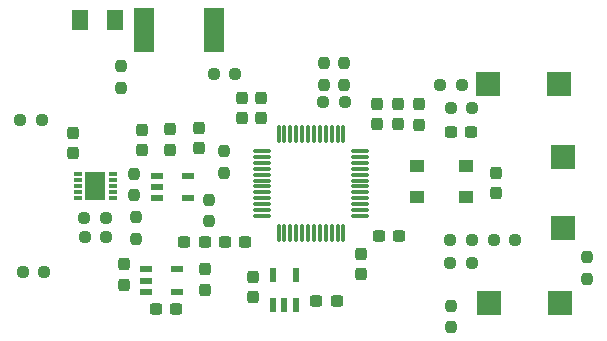
<source format=gtp>
G04 #@! TF.GenerationSoftware,KiCad,Pcbnew,(6.0.2-0)*
G04 #@! TF.CreationDate,2022-02-13T15:07:21-08:00*
G04 #@! TF.ProjectId,TimTime,54696d54-696d-4652-9e6b-696361645f70,rev?*
G04 #@! TF.SameCoordinates,Original*
G04 #@! TF.FileFunction,Paste,Top*
G04 #@! TF.FilePolarity,Positive*
%FSLAX46Y46*%
G04 Gerber Fmt 4.6, Leading zero omitted, Abs format (unit mm)*
G04 Created by KiCad (PCBNEW (6.0.2-0)) date 2022-02-13 15:07:21*
%MOMM*%
%LPD*%
G01*
G04 APERTURE LIST*
G04 Aperture macros list*
%AMRoundRect*
0 Rectangle with rounded corners*
0 $1 Rounding radius*
0 $2 $3 $4 $5 $6 $7 $8 $9 X,Y pos of 4 corners*
0 Add a 4 corners polygon primitive as box body*
4,1,4,$2,$3,$4,$5,$6,$7,$8,$9,$2,$3,0*
0 Add four circle primitives for the rounded corners*
1,1,$1+$1,$2,$3*
1,1,$1+$1,$4,$5*
1,1,$1+$1,$6,$7*
1,1,$1+$1,$8,$9*
0 Add four rect primitives between the rounded corners*
20,1,$1+$1,$2,$3,$4,$5,0*
20,1,$1+$1,$4,$5,$6,$7,0*
20,1,$1+$1,$6,$7,$8,$9,0*
20,1,$1+$1,$8,$9,$2,$3,0*%
G04 Aperture macros list end*
%ADD10R,1.200000X1.000000*%
%ADD11RoundRect,0.237500X0.237500X-0.300000X0.237500X0.300000X-0.237500X0.300000X-0.237500X-0.300000X0*%
%ADD12RoundRect,0.237500X0.300000X0.237500X-0.300000X0.237500X-0.300000X-0.237500X0.300000X-0.237500X0*%
%ADD13RoundRect,0.237500X-0.237500X0.300000X-0.237500X-0.300000X0.237500X-0.300000X0.237500X0.300000X0*%
%ADD14RoundRect,0.237500X-0.300000X-0.237500X0.300000X-0.237500X0.300000X0.237500X-0.300000X0.237500X0*%
%ADD15R,1.050000X0.550000*%
%ADD16RoundRect,0.237500X0.250000X0.237500X-0.250000X0.237500X-0.250000X-0.237500X0.250000X-0.237500X0*%
%ADD17RoundRect,0.237500X-0.250000X-0.237500X0.250000X-0.237500X0.250000X0.237500X-0.250000X0.237500X0*%
%ADD18RoundRect,0.237500X-0.237500X0.250000X-0.237500X-0.250000X0.237500X-0.250000X0.237500X0.250000X0*%
%ADD19RoundRect,0.237500X0.237500X-0.250000X0.237500X0.250000X-0.237500X0.250000X-0.237500X-0.250000X0*%
%ADD20R,2.000000X2.000000*%
%ADD21R,1.700000X3.700000*%
%ADD22RoundRect,0.250001X-0.462499X-0.624999X0.462499X-0.624999X0.462499X0.624999X-0.462499X0.624999X0*%
%ADD23R,0.800000X0.300000*%
%ADD24R,1.750000X2.480000*%
%ADD25RoundRect,0.237500X0.237500X-0.287500X0.237500X0.287500X-0.237500X0.287500X-0.237500X-0.287500X0*%
%ADD26RoundRect,0.075000X0.662500X0.075000X-0.662500X0.075000X-0.662500X-0.075000X0.662500X-0.075000X0*%
%ADD27RoundRect,0.075000X0.075000X0.662500X-0.075000X0.662500X-0.075000X-0.662500X0.075000X-0.662500X0*%
%ADD28R,0.590000X1.210000*%
G04 APERTURE END LIST*
D10*
G04 #@! TO.C,Y1*
X152273000Y-102937000D03*
X148113000Y-102937000D03*
X148113000Y-105537000D03*
X152273000Y-105537000D03*
G04 #@! TD*
D11*
G04 #@! TO.C,C1*
X154813000Y-105270500D03*
X154813000Y-103545500D03*
G04 #@! TD*
D12*
G04 #@! TO.C,C3*
X152740500Y-100076000D03*
X151015500Y-100076000D03*
G04 #@! TD*
D11*
G04 #@! TO.C,C4*
X134950200Y-98892500D03*
X134950200Y-97167500D03*
G04 #@! TD*
D12*
G04 #@! TO.C,C5*
X133591500Y-109347000D03*
X131866500Y-109347000D03*
G04 #@! TD*
D11*
G04 #@! TO.C,C6*
X133350000Y-98892500D03*
X133350000Y-97167500D03*
G04 #@! TD*
D13*
G04 #@! TO.C,C7*
X143383000Y-110375500D03*
X143383000Y-112100500D03*
G04 #@! TD*
D14*
G04 #@! TO.C,C8*
X144919500Y-108839000D03*
X146644500Y-108839000D03*
G04 #@! TD*
D11*
G04 #@! TO.C,C9*
X146544000Y-99414500D03*
X146544000Y-97689500D03*
G04 #@! TD*
G04 #@! TO.C,C10*
X144780000Y-99428500D03*
X144780000Y-97703500D03*
G04 #@! TD*
D13*
G04 #@! TO.C,C11*
X134239000Y-112308500D03*
X134239000Y-114033500D03*
G04 #@! TD*
D11*
G04 #@! TO.C,C12*
X124841000Y-101587500D03*
X124841000Y-99862500D03*
G04 #@! TD*
G04 #@! TO.C,C13*
X118999000Y-101841500D03*
X118999000Y-100116500D03*
G04 #@! TD*
D14*
G04 #@! TO.C,C14*
X128422400Y-109372400D03*
X130147400Y-109372400D03*
G04 #@! TD*
D11*
G04 #@! TO.C,C15*
X129667000Y-101460500D03*
X129667000Y-99735500D03*
G04 #@! TD*
G04 #@! TO.C,C16*
X127254000Y-101559500D03*
X127254000Y-99834500D03*
G04 #@! TD*
D14*
G04 #@! TO.C,C19*
X139600600Y-114350800D03*
X141325600Y-114350800D03*
G04 #@! TD*
D15*
G04 #@! TO.C,IC3*
X125192000Y-111699000D03*
X125192000Y-112649000D03*
X125192000Y-113599000D03*
X127792000Y-113599000D03*
X127792000Y-111699000D03*
G04 #@! TD*
D16*
G04 #@! TO.C,R7*
X152818500Y-98044000D03*
X150993500Y-98044000D03*
G04 #@! TD*
D17*
G04 #@! TO.C,R6*
X114544500Y-99060000D03*
X116369500Y-99060000D03*
G04 #@! TD*
D16*
G04 #@! TO.C,R5*
X116595500Y-111887000D03*
X114770500Y-111887000D03*
G04 #@! TD*
D18*
G04 #@! TO.C,R1*
X140222000Y-94224500D03*
X140222000Y-96049500D03*
G04 #@! TD*
D17*
G04 #@! TO.C,R2*
X140198500Y-97536000D03*
X142023500Y-97536000D03*
G04 #@! TD*
D19*
G04 #@! TO.C,R3*
X141986000Y-96049500D03*
X141986000Y-94224500D03*
G04 #@! TD*
D18*
G04 #@! TO.C,R4*
X162560000Y-110646200D03*
X162560000Y-112471200D03*
G04 #@! TD*
D17*
G04 #@! TO.C,R9*
X154648500Y-109220000D03*
X156473500Y-109220000D03*
G04 #@! TD*
D16*
G04 #@! TO.C,R10*
X152790500Y-109220000D03*
X150965500Y-109220000D03*
G04 #@! TD*
D17*
G04 #@! TO.C,R11*
X150965500Y-111125000D03*
X152790500Y-111125000D03*
G04 #@! TD*
D19*
G04 #@! TO.C,R12*
X130556000Y-107606500D03*
X130556000Y-105781500D03*
G04 #@! TD*
D18*
G04 #@! TO.C,R13*
X131826000Y-101689500D03*
X131826000Y-103514500D03*
G04 #@! TD*
D16*
G04 #@! TO.C,R14*
X151942800Y-96113600D03*
X150117800Y-96113600D03*
G04 #@! TD*
D18*
G04 #@! TO.C,R15*
X151028400Y-114761000D03*
X151028400Y-116586000D03*
G04 #@! TD*
D16*
G04 #@! TO.C,R16*
X121802500Y-107315000D03*
X119977500Y-107315000D03*
G04 #@! TD*
D18*
G04 #@! TO.C,R17*
X124206000Y-103594500D03*
X124206000Y-105419500D03*
G04 #@! TD*
G04 #@! TO.C,R18*
X124333000Y-107277500D03*
X124333000Y-109102500D03*
G04 #@! TD*
D16*
G04 #@! TO.C,R19*
X132752500Y-95123000D03*
X130927500Y-95123000D03*
G04 #@! TD*
D17*
G04 #@! TO.C,R20*
X120005500Y-108966000D03*
X121830500Y-108966000D03*
G04 #@! TD*
D18*
G04 #@! TO.C,R8*
X123063000Y-94478500D03*
X123063000Y-96303500D03*
G04 #@! TD*
D20*
G04 #@! TO.C,S2*
X154178000Y-96012000D03*
X160178000Y-96012000D03*
G04 #@! TD*
G04 #@! TO.C,S1*
X160477200Y-108204000D03*
X160477200Y-102204000D03*
G04 #@! TD*
G04 #@! TO.C,S4*
X154223200Y-114503200D03*
X160223200Y-114503200D03*
G04 #@! TD*
D21*
G04 #@! TO.C,S3*
X130937000Y-91440000D03*
X125037000Y-91440000D03*
G04 #@! TD*
D22*
G04 #@! TO.C,D1*
X119634000Y-90551000D03*
X122609000Y-90551000D03*
G04 #@! TD*
D23*
G04 #@! TO.C,IC1*
X119404000Y-103648000D03*
X119404000Y-104148000D03*
X119404000Y-104648000D03*
X119404000Y-105148000D03*
X119404000Y-105648000D03*
X122404000Y-105648000D03*
X122404000Y-105148000D03*
X122404000Y-104648000D03*
X122404000Y-104148000D03*
X122404000Y-103648000D03*
D24*
X120904000Y-104648000D03*
G04 #@! TD*
D15*
G04 #@! TO.C,IC2*
X126111000Y-103759000D03*
X126111000Y-104709000D03*
X126111000Y-105659000D03*
X128711000Y-105659000D03*
X128711000Y-103759000D03*
G04 #@! TD*
D25*
G04 #@! TO.C,L1*
X148336000Y-99441000D03*
X148336000Y-97691000D03*
G04 #@! TD*
D26*
G04 #@! TO.C,U1*
X143326000Y-107172500D03*
X143326000Y-106672500D03*
X143326000Y-106172500D03*
X143326000Y-105672500D03*
X143326000Y-105172500D03*
X143326000Y-104672500D03*
X143326000Y-104172500D03*
X143326000Y-103672500D03*
X143326000Y-103172500D03*
X143326000Y-102672500D03*
X143326000Y-102172500D03*
X143326000Y-101672500D03*
D27*
X141913500Y-100260000D03*
X141413500Y-100260000D03*
X140913500Y-100260000D03*
X140413500Y-100260000D03*
X139913500Y-100260000D03*
X139413500Y-100260000D03*
X138913500Y-100260000D03*
X138413500Y-100260000D03*
X137913500Y-100260000D03*
X137413500Y-100260000D03*
X136913500Y-100260000D03*
X136413500Y-100260000D03*
D26*
X135001000Y-101672500D03*
X135001000Y-102172500D03*
X135001000Y-102672500D03*
X135001000Y-103172500D03*
X135001000Y-103672500D03*
X135001000Y-104172500D03*
X135001000Y-104672500D03*
X135001000Y-105172500D03*
X135001000Y-105672500D03*
X135001000Y-106172500D03*
X135001000Y-106672500D03*
X135001000Y-107172500D03*
D27*
X136413500Y-108585000D03*
X136913500Y-108585000D03*
X137413500Y-108585000D03*
X137913500Y-108585000D03*
X138413500Y-108585000D03*
X138913500Y-108585000D03*
X139413500Y-108585000D03*
X139913500Y-108585000D03*
X140413500Y-108585000D03*
X140913500Y-108585000D03*
X141413500Y-108585000D03*
X141913500Y-108585000D03*
G04 #@! TD*
D28*
G04 #@! TO.C,U2*
X135956000Y-114681000D03*
X136906000Y-114681000D03*
X137856000Y-114681000D03*
X137856000Y-112171000D03*
X135956000Y-112171000D03*
G04 #@! TD*
D13*
G04 #@! TO.C,C2*
X123317000Y-111278500D03*
X123317000Y-113003500D03*
G04 #@! TD*
G04 #@! TO.C,C17*
X130175000Y-113411000D03*
X130175000Y-111686000D03*
G04 #@! TD*
D14*
G04 #@! TO.C,C18*
X126037000Y-115062000D03*
X127762000Y-115062000D03*
G04 #@! TD*
M02*

</source>
